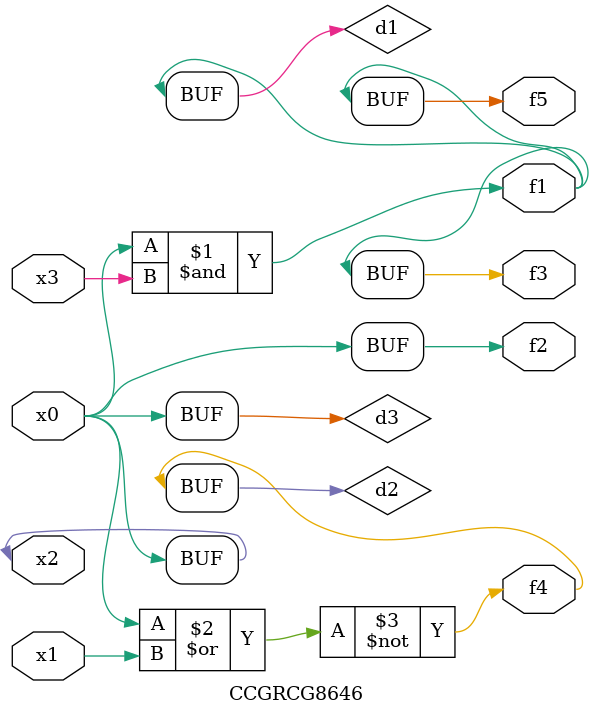
<source format=v>
module CCGRCG8646(
	input x0, x1, x2, x3,
	output f1, f2, f3, f4, f5
);

	wire d1, d2, d3;

	and (d1, x2, x3);
	nor (d2, x0, x1);
	buf (d3, x0, x2);
	assign f1 = d1;
	assign f2 = d3;
	assign f3 = d1;
	assign f4 = d2;
	assign f5 = d1;
endmodule

</source>
